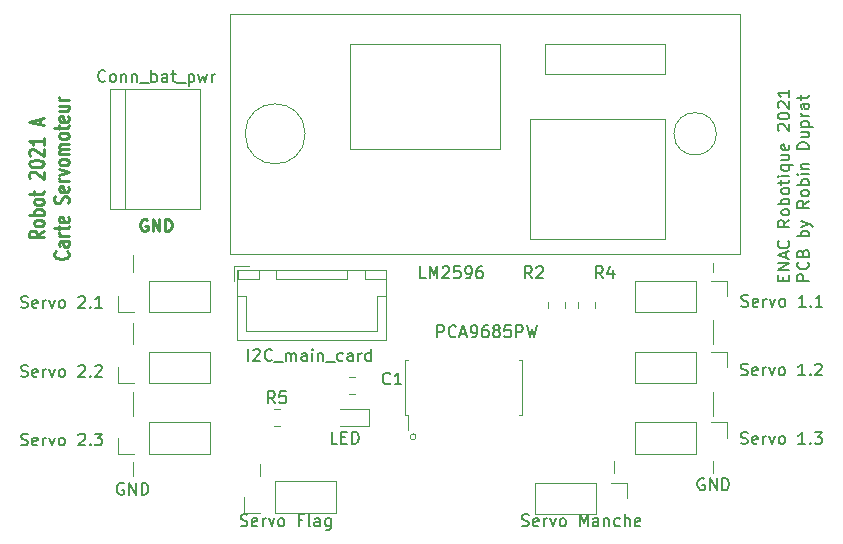
<source format=gbr>
%TF.GenerationSoftware,KiCad,Pcbnew,5.1.6+dfsg1-1*%
%TF.CreationDate,2021-03-04T16:58:38+01:00*%
%TF.ProjectId,PCA9685,50434139-3638-4352-9e6b-696361645f70,rev?*%
%TF.SameCoordinates,Original*%
%TF.FileFunction,Legend,Top*%
%TF.FilePolarity,Positive*%
%FSLAX46Y46*%
G04 Gerber Fmt 4.6, Leading zero omitted, Abs format (unit mm)*
G04 Created by KiCad (PCBNEW 5.1.6+dfsg1-1) date 2021-03-04 16:58:38*
%MOMM*%
%LPD*%
G01*
G04 APERTURE LIST*
%ADD10C,0.120000*%
%ADD11C,0.150000*%
%ADD12C,0.250000*%
G04 APERTURE END LIST*
D10*
X97028000Y-87884000D02*
G75*
G03*
X97028000Y-87884000I-254000J0D01*
G01*
X83820000Y-91186000D02*
X83820000Y-90170000D01*
X113792000Y-90932000D02*
X113792000Y-89916000D01*
D11*
X121412095Y-91448000D02*
X121316857Y-91400380D01*
X121174000Y-91400380D01*
X121031142Y-91448000D01*
X120935904Y-91543238D01*
X120888285Y-91638476D01*
X120840666Y-91828952D01*
X120840666Y-91971809D01*
X120888285Y-92162285D01*
X120935904Y-92257523D01*
X121031142Y-92352761D01*
X121174000Y-92400380D01*
X121269238Y-92400380D01*
X121412095Y-92352761D01*
X121459714Y-92305142D01*
X121459714Y-91971809D01*
X121269238Y-91971809D01*
X121888285Y-92400380D02*
X121888285Y-91400380D01*
X122459714Y-92400380D01*
X122459714Y-91400380D01*
X122935904Y-92400380D02*
X122935904Y-91400380D01*
X123174000Y-91400380D01*
X123316857Y-91448000D01*
X123412095Y-91543238D01*
X123459714Y-91638476D01*
X123507333Y-91828952D01*
X123507333Y-91971809D01*
X123459714Y-92162285D01*
X123412095Y-92257523D01*
X123316857Y-92352761D01*
X123174000Y-92400380D01*
X122935904Y-92400380D01*
D10*
X122174000Y-89916000D02*
X122174000Y-90932000D01*
X122174000Y-84074000D02*
X122174000Y-86106000D01*
X122174000Y-77978000D02*
X122174000Y-80010000D01*
X122174000Y-73152000D02*
X122174000Y-73914000D01*
D11*
X72263095Y-91829000D02*
X72167857Y-91781380D01*
X72025000Y-91781380D01*
X71882142Y-91829000D01*
X71786904Y-91924238D01*
X71739285Y-92019476D01*
X71691666Y-92209952D01*
X71691666Y-92352809D01*
X71739285Y-92543285D01*
X71786904Y-92638523D01*
X71882142Y-92733761D01*
X72025000Y-92781380D01*
X72120238Y-92781380D01*
X72263095Y-92733761D01*
X72310714Y-92686142D01*
X72310714Y-92352809D01*
X72120238Y-92352809D01*
X72739285Y-92781380D02*
X72739285Y-91781380D01*
X73310714Y-92781380D01*
X73310714Y-91781380D01*
X73786904Y-92781380D02*
X73786904Y-91781380D01*
X74025000Y-91781380D01*
X74167857Y-91829000D01*
X74263095Y-91924238D01*
X74310714Y-92019476D01*
X74358333Y-92209952D01*
X74358333Y-92352809D01*
X74310714Y-92543285D01*
X74263095Y-92638523D01*
X74167857Y-92733761D01*
X74025000Y-92781380D01*
X73786904Y-92781380D01*
D10*
X73025000Y-90043000D02*
X73025000Y-91186000D01*
X73025000Y-84074000D02*
X73025000Y-86106000D01*
X73025000Y-78232000D02*
X73025000Y-80010000D01*
X73025000Y-72517000D02*
X73025000Y-73914000D01*
D12*
X74238095Y-69500000D02*
X74142857Y-69452380D01*
X74000000Y-69452380D01*
X73857142Y-69500000D01*
X73761904Y-69595238D01*
X73714285Y-69690476D01*
X73666666Y-69880952D01*
X73666666Y-70023809D01*
X73714285Y-70214285D01*
X73761904Y-70309523D01*
X73857142Y-70404761D01*
X74000000Y-70452380D01*
X74095238Y-70452380D01*
X74238095Y-70404761D01*
X74285714Y-70357142D01*
X74285714Y-70023809D01*
X74095238Y-70023809D01*
X74714285Y-70452380D02*
X74714285Y-69452380D01*
X75285714Y-70452380D01*
X75285714Y-69452380D01*
X75761904Y-70452380D02*
X75761904Y-69452380D01*
X76000000Y-69452380D01*
X76142857Y-69500000D01*
X76238095Y-69595238D01*
X76285714Y-69690476D01*
X76333333Y-69880952D01*
X76333333Y-70023809D01*
X76285714Y-70214285D01*
X76238095Y-70309523D01*
X76142857Y-70404761D01*
X76000000Y-70452380D01*
X75761904Y-70452380D01*
D11*
X128103571Y-74664404D02*
X128103571Y-74331071D01*
X128627380Y-74188214D02*
X128627380Y-74664404D01*
X127627380Y-74664404D01*
X127627380Y-74188214D01*
X128627380Y-73759642D02*
X127627380Y-73759642D01*
X128627380Y-73188214D01*
X127627380Y-73188214D01*
X128341666Y-72759642D02*
X128341666Y-72283452D01*
X128627380Y-72854880D02*
X127627380Y-72521547D01*
X128627380Y-72188214D01*
X128532142Y-71283452D02*
X128579761Y-71331071D01*
X128627380Y-71473928D01*
X128627380Y-71569166D01*
X128579761Y-71712023D01*
X128484523Y-71807261D01*
X128389285Y-71854880D01*
X128198809Y-71902500D01*
X128055952Y-71902500D01*
X127865476Y-71854880D01*
X127770238Y-71807261D01*
X127675000Y-71712023D01*
X127627380Y-71569166D01*
X127627380Y-71473928D01*
X127675000Y-71331071D01*
X127722619Y-71283452D01*
X128627380Y-69521547D02*
X128151190Y-69854880D01*
X128627380Y-70092976D02*
X127627380Y-70092976D01*
X127627380Y-69712023D01*
X127675000Y-69616785D01*
X127722619Y-69569166D01*
X127817857Y-69521547D01*
X127960714Y-69521547D01*
X128055952Y-69569166D01*
X128103571Y-69616785D01*
X128151190Y-69712023D01*
X128151190Y-70092976D01*
X128627380Y-68950119D02*
X128579761Y-69045357D01*
X128532142Y-69092976D01*
X128436904Y-69140595D01*
X128151190Y-69140595D01*
X128055952Y-69092976D01*
X128008333Y-69045357D01*
X127960714Y-68950119D01*
X127960714Y-68807261D01*
X128008333Y-68712023D01*
X128055952Y-68664404D01*
X128151190Y-68616785D01*
X128436904Y-68616785D01*
X128532142Y-68664404D01*
X128579761Y-68712023D01*
X128627380Y-68807261D01*
X128627380Y-68950119D01*
X128627380Y-68188214D02*
X127627380Y-68188214D01*
X128008333Y-68188214D02*
X127960714Y-68092976D01*
X127960714Y-67902500D01*
X128008333Y-67807261D01*
X128055952Y-67759642D01*
X128151190Y-67712023D01*
X128436904Y-67712023D01*
X128532142Y-67759642D01*
X128579761Y-67807261D01*
X128627380Y-67902500D01*
X128627380Y-68092976D01*
X128579761Y-68188214D01*
X128627380Y-67140595D02*
X128579761Y-67235833D01*
X128532142Y-67283452D01*
X128436904Y-67331071D01*
X128151190Y-67331071D01*
X128055952Y-67283452D01*
X128008333Y-67235833D01*
X127960714Y-67140595D01*
X127960714Y-66997738D01*
X128008333Y-66902500D01*
X128055952Y-66854880D01*
X128151190Y-66807261D01*
X128436904Y-66807261D01*
X128532142Y-66854880D01*
X128579761Y-66902500D01*
X128627380Y-66997738D01*
X128627380Y-67140595D01*
X127960714Y-66521547D02*
X127960714Y-66140595D01*
X127627380Y-66378690D02*
X128484523Y-66378690D01*
X128579761Y-66331071D01*
X128627380Y-66235833D01*
X128627380Y-66140595D01*
X128627380Y-65807261D02*
X127960714Y-65807261D01*
X127627380Y-65807261D02*
X127675000Y-65854880D01*
X127722619Y-65807261D01*
X127675000Y-65759642D01*
X127627380Y-65807261D01*
X127722619Y-65807261D01*
X127960714Y-64902500D02*
X128960714Y-64902500D01*
X128579761Y-64902500D02*
X128627380Y-64997738D01*
X128627380Y-65188214D01*
X128579761Y-65283452D01*
X128532142Y-65331071D01*
X128436904Y-65378690D01*
X128151190Y-65378690D01*
X128055952Y-65331071D01*
X128008333Y-65283452D01*
X127960714Y-65188214D01*
X127960714Y-64997738D01*
X128008333Y-64902500D01*
X127960714Y-63997738D02*
X128627380Y-63997738D01*
X127960714Y-64426309D02*
X128484523Y-64426309D01*
X128579761Y-64378690D01*
X128627380Y-64283452D01*
X128627380Y-64140595D01*
X128579761Y-64045357D01*
X128532142Y-63997738D01*
X128579761Y-63140595D02*
X128627380Y-63235833D01*
X128627380Y-63426309D01*
X128579761Y-63521547D01*
X128484523Y-63569166D01*
X128103571Y-63569166D01*
X128008333Y-63521547D01*
X127960714Y-63426309D01*
X127960714Y-63235833D01*
X128008333Y-63140595D01*
X128103571Y-63092976D01*
X128198809Y-63092976D01*
X128294047Y-63569166D01*
X127722619Y-61950119D02*
X127675000Y-61902500D01*
X127627380Y-61807261D01*
X127627380Y-61569166D01*
X127675000Y-61473928D01*
X127722619Y-61426309D01*
X127817857Y-61378690D01*
X127913095Y-61378690D01*
X128055952Y-61426309D01*
X128627380Y-61997738D01*
X128627380Y-61378690D01*
X127627380Y-60759642D02*
X127627380Y-60664404D01*
X127675000Y-60569166D01*
X127722619Y-60521547D01*
X127817857Y-60473928D01*
X128008333Y-60426309D01*
X128246428Y-60426309D01*
X128436904Y-60473928D01*
X128532142Y-60521547D01*
X128579761Y-60569166D01*
X128627380Y-60664404D01*
X128627380Y-60759642D01*
X128579761Y-60854880D01*
X128532142Y-60902500D01*
X128436904Y-60950119D01*
X128246428Y-60997738D01*
X128008333Y-60997738D01*
X127817857Y-60950119D01*
X127722619Y-60902500D01*
X127675000Y-60854880D01*
X127627380Y-60759642D01*
X127722619Y-60045357D02*
X127675000Y-59997738D01*
X127627380Y-59902500D01*
X127627380Y-59664404D01*
X127675000Y-59569166D01*
X127722619Y-59521547D01*
X127817857Y-59473928D01*
X127913095Y-59473928D01*
X128055952Y-59521547D01*
X128627380Y-60092976D01*
X128627380Y-59473928D01*
X128627380Y-58521547D02*
X128627380Y-59092976D01*
X128627380Y-58807261D02*
X127627380Y-58807261D01*
X127770238Y-58902500D01*
X127865476Y-58997738D01*
X127913095Y-59092976D01*
X130277380Y-74664404D02*
X129277380Y-74664404D01*
X129277380Y-74283452D01*
X129325000Y-74188214D01*
X129372619Y-74140595D01*
X129467857Y-74092976D01*
X129610714Y-74092976D01*
X129705952Y-74140595D01*
X129753571Y-74188214D01*
X129801190Y-74283452D01*
X129801190Y-74664404D01*
X130182142Y-73092976D02*
X130229761Y-73140595D01*
X130277380Y-73283452D01*
X130277380Y-73378690D01*
X130229761Y-73521547D01*
X130134523Y-73616785D01*
X130039285Y-73664404D01*
X129848809Y-73712023D01*
X129705952Y-73712023D01*
X129515476Y-73664404D01*
X129420238Y-73616785D01*
X129325000Y-73521547D01*
X129277380Y-73378690D01*
X129277380Y-73283452D01*
X129325000Y-73140595D01*
X129372619Y-73092976D01*
X129753571Y-72331071D02*
X129801190Y-72188214D01*
X129848809Y-72140595D01*
X129944047Y-72092976D01*
X130086904Y-72092976D01*
X130182142Y-72140595D01*
X130229761Y-72188214D01*
X130277380Y-72283452D01*
X130277380Y-72664404D01*
X129277380Y-72664404D01*
X129277380Y-72331071D01*
X129325000Y-72235833D01*
X129372619Y-72188214D01*
X129467857Y-72140595D01*
X129563095Y-72140595D01*
X129658333Y-72188214D01*
X129705952Y-72235833D01*
X129753571Y-72331071D01*
X129753571Y-72664404D01*
X130277380Y-70902500D02*
X129277380Y-70902500D01*
X129658333Y-70902500D02*
X129610714Y-70807261D01*
X129610714Y-70616785D01*
X129658333Y-70521547D01*
X129705952Y-70473928D01*
X129801190Y-70426309D01*
X130086904Y-70426309D01*
X130182142Y-70473928D01*
X130229761Y-70521547D01*
X130277380Y-70616785D01*
X130277380Y-70807261D01*
X130229761Y-70902500D01*
X129610714Y-70092976D02*
X130277380Y-69854880D01*
X129610714Y-69616785D02*
X130277380Y-69854880D01*
X130515476Y-69950119D01*
X130563095Y-69997738D01*
X130610714Y-70092976D01*
X130277380Y-67902500D02*
X129801190Y-68235833D01*
X130277380Y-68473928D02*
X129277380Y-68473928D01*
X129277380Y-68092976D01*
X129325000Y-67997738D01*
X129372619Y-67950119D01*
X129467857Y-67902500D01*
X129610714Y-67902500D01*
X129705952Y-67950119D01*
X129753571Y-67997738D01*
X129801190Y-68092976D01*
X129801190Y-68473928D01*
X130277380Y-67331071D02*
X130229761Y-67426309D01*
X130182142Y-67473928D01*
X130086904Y-67521547D01*
X129801190Y-67521547D01*
X129705952Y-67473928D01*
X129658333Y-67426309D01*
X129610714Y-67331071D01*
X129610714Y-67188214D01*
X129658333Y-67092976D01*
X129705952Y-67045357D01*
X129801190Y-66997738D01*
X130086904Y-66997738D01*
X130182142Y-67045357D01*
X130229761Y-67092976D01*
X130277380Y-67188214D01*
X130277380Y-67331071D01*
X130277380Y-66569166D02*
X129277380Y-66569166D01*
X129658333Y-66569166D02*
X129610714Y-66473928D01*
X129610714Y-66283452D01*
X129658333Y-66188214D01*
X129705952Y-66140595D01*
X129801190Y-66092976D01*
X130086904Y-66092976D01*
X130182142Y-66140595D01*
X130229761Y-66188214D01*
X130277380Y-66283452D01*
X130277380Y-66473928D01*
X130229761Y-66569166D01*
X130277380Y-65664404D02*
X129610714Y-65664404D01*
X129277380Y-65664404D02*
X129325000Y-65712023D01*
X129372619Y-65664404D01*
X129325000Y-65616785D01*
X129277380Y-65664404D01*
X129372619Y-65664404D01*
X129610714Y-65188214D02*
X130277380Y-65188214D01*
X129705952Y-65188214D02*
X129658333Y-65140595D01*
X129610714Y-65045357D01*
X129610714Y-64902500D01*
X129658333Y-64807261D01*
X129753571Y-64759642D01*
X130277380Y-64759642D01*
X130277380Y-63521547D02*
X129277380Y-63521547D01*
X129277380Y-63283452D01*
X129325000Y-63140595D01*
X129420238Y-63045357D01*
X129515476Y-62997738D01*
X129705952Y-62950119D01*
X129848809Y-62950119D01*
X130039285Y-62997738D01*
X130134523Y-63045357D01*
X130229761Y-63140595D01*
X130277380Y-63283452D01*
X130277380Y-63521547D01*
X129610714Y-62092976D02*
X130277380Y-62092976D01*
X129610714Y-62521547D02*
X130134523Y-62521547D01*
X130229761Y-62473928D01*
X130277380Y-62378690D01*
X130277380Y-62235833D01*
X130229761Y-62140595D01*
X130182142Y-62092976D01*
X129610714Y-61616785D02*
X130610714Y-61616785D01*
X129658333Y-61616785D02*
X129610714Y-61521547D01*
X129610714Y-61331071D01*
X129658333Y-61235833D01*
X129705952Y-61188214D01*
X129801190Y-61140595D01*
X130086904Y-61140595D01*
X130182142Y-61188214D01*
X130229761Y-61235833D01*
X130277380Y-61331071D01*
X130277380Y-61521547D01*
X130229761Y-61616785D01*
X130277380Y-60712023D02*
X129610714Y-60712023D01*
X129801190Y-60712023D02*
X129705952Y-60664404D01*
X129658333Y-60616785D01*
X129610714Y-60521547D01*
X129610714Y-60426309D01*
X130277380Y-59664404D02*
X129753571Y-59664404D01*
X129658333Y-59712023D01*
X129610714Y-59807261D01*
X129610714Y-59997738D01*
X129658333Y-60092976D01*
X130229761Y-59664404D02*
X130277380Y-59759642D01*
X130277380Y-59997738D01*
X130229761Y-60092976D01*
X130134523Y-60140595D01*
X130039285Y-60140595D01*
X129944047Y-60092976D01*
X129896428Y-59997738D01*
X129896428Y-59759642D01*
X129848809Y-59664404D01*
X129610714Y-59331071D02*
X129610714Y-58950119D01*
X129277380Y-59188214D02*
X130134523Y-59188214D01*
X130229761Y-59140595D01*
X130277380Y-59045357D01*
X130277380Y-58950119D01*
D12*
X65502976Y-70428571D02*
X64907738Y-70761904D01*
X65502976Y-71000000D02*
X64252976Y-71000000D01*
X64252976Y-70619047D01*
X64312500Y-70523809D01*
X64372023Y-70476190D01*
X64491071Y-70428571D01*
X64669642Y-70428571D01*
X64788690Y-70476190D01*
X64848214Y-70523809D01*
X64907738Y-70619047D01*
X64907738Y-71000000D01*
X65502976Y-69857142D02*
X65443452Y-69952380D01*
X65383928Y-70000000D01*
X65264880Y-70047619D01*
X64907738Y-70047619D01*
X64788690Y-70000000D01*
X64729166Y-69952380D01*
X64669642Y-69857142D01*
X64669642Y-69714285D01*
X64729166Y-69619047D01*
X64788690Y-69571428D01*
X64907738Y-69523809D01*
X65264880Y-69523809D01*
X65383928Y-69571428D01*
X65443452Y-69619047D01*
X65502976Y-69714285D01*
X65502976Y-69857142D01*
X65502976Y-69095238D02*
X64252976Y-69095238D01*
X64729166Y-69095238D02*
X64669642Y-69000000D01*
X64669642Y-68809523D01*
X64729166Y-68714285D01*
X64788690Y-68666666D01*
X64907738Y-68619047D01*
X65264880Y-68619047D01*
X65383928Y-68666666D01*
X65443452Y-68714285D01*
X65502976Y-68809523D01*
X65502976Y-69000000D01*
X65443452Y-69095238D01*
X65502976Y-68047619D02*
X65443452Y-68142857D01*
X65383928Y-68190476D01*
X65264880Y-68238095D01*
X64907738Y-68238095D01*
X64788690Y-68190476D01*
X64729166Y-68142857D01*
X64669642Y-68047619D01*
X64669642Y-67904761D01*
X64729166Y-67809523D01*
X64788690Y-67761904D01*
X64907738Y-67714285D01*
X65264880Y-67714285D01*
X65383928Y-67761904D01*
X65443452Y-67809523D01*
X65502976Y-67904761D01*
X65502976Y-68047619D01*
X64669642Y-67428571D02*
X64669642Y-67047619D01*
X64252976Y-67285714D02*
X65324404Y-67285714D01*
X65443452Y-67238095D01*
X65502976Y-67142857D01*
X65502976Y-67047619D01*
X64372023Y-66000000D02*
X64312500Y-65952380D01*
X64252976Y-65857142D01*
X64252976Y-65619047D01*
X64312500Y-65523809D01*
X64372023Y-65476190D01*
X64491071Y-65428571D01*
X64610119Y-65428571D01*
X64788690Y-65476190D01*
X65502976Y-66047619D01*
X65502976Y-65428571D01*
X64252976Y-64809523D02*
X64252976Y-64714285D01*
X64312500Y-64619047D01*
X64372023Y-64571428D01*
X64491071Y-64523809D01*
X64729166Y-64476190D01*
X65026785Y-64476190D01*
X65264880Y-64523809D01*
X65383928Y-64571428D01*
X65443452Y-64619047D01*
X65502976Y-64714285D01*
X65502976Y-64809523D01*
X65443452Y-64904761D01*
X65383928Y-64952380D01*
X65264880Y-65000000D01*
X65026785Y-65047619D01*
X64729166Y-65047619D01*
X64491071Y-65000000D01*
X64372023Y-64952380D01*
X64312500Y-64904761D01*
X64252976Y-64809523D01*
X64372023Y-64095238D02*
X64312500Y-64047619D01*
X64252976Y-63952380D01*
X64252976Y-63714285D01*
X64312500Y-63619047D01*
X64372023Y-63571428D01*
X64491071Y-63523809D01*
X64610119Y-63523809D01*
X64788690Y-63571428D01*
X65502976Y-64142857D01*
X65502976Y-63523809D01*
X65502976Y-62571428D02*
X65502976Y-63142857D01*
X65502976Y-62857142D02*
X64252976Y-62857142D01*
X64431547Y-62952380D01*
X64550595Y-63047619D01*
X64610119Y-63142857D01*
X65145833Y-61428571D02*
X65145833Y-60952380D01*
X65502976Y-61523809D02*
X64252976Y-61190476D01*
X65502976Y-60857142D01*
X67508928Y-72190476D02*
X67568452Y-72238095D01*
X67627976Y-72380952D01*
X67627976Y-72476190D01*
X67568452Y-72619047D01*
X67449404Y-72714285D01*
X67330357Y-72761904D01*
X67092261Y-72809523D01*
X66913690Y-72809523D01*
X66675595Y-72761904D01*
X66556547Y-72714285D01*
X66437500Y-72619047D01*
X66377976Y-72476190D01*
X66377976Y-72380952D01*
X66437500Y-72238095D01*
X66497023Y-72190476D01*
X67627976Y-71333333D02*
X66973214Y-71333333D01*
X66854166Y-71380952D01*
X66794642Y-71476190D01*
X66794642Y-71666666D01*
X66854166Y-71761904D01*
X67568452Y-71333333D02*
X67627976Y-71428571D01*
X67627976Y-71666666D01*
X67568452Y-71761904D01*
X67449404Y-71809523D01*
X67330357Y-71809523D01*
X67211309Y-71761904D01*
X67151785Y-71666666D01*
X67151785Y-71428571D01*
X67092261Y-71333333D01*
X67627976Y-70857142D02*
X66794642Y-70857142D01*
X67032738Y-70857142D02*
X66913690Y-70809523D01*
X66854166Y-70761904D01*
X66794642Y-70666666D01*
X66794642Y-70571428D01*
X66794642Y-70380952D02*
X66794642Y-70000000D01*
X66377976Y-70238095D02*
X67449404Y-70238095D01*
X67568452Y-70190476D01*
X67627976Y-70095238D01*
X67627976Y-70000000D01*
X67568452Y-69285714D02*
X67627976Y-69380952D01*
X67627976Y-69571428D01*
X67568452Y-69666666D01*
X67449404Y-69714285D01*
X66973214Y-69714285D01*
X66854166Y-69666666D01*
X66794642Y-69571428D01*
X66794642Y-69380952D01*
X66854166Y-69285714D01*
X66973214Y-69238095D01*
X67092261Y-69238095D01*
X67211309Y-69714285D01*
X67568452Y-68095238D02*
X67627976Y-67952380D01*
X67627976Y-67714285D01*
X67568452Y-67619047D01*
X67508928Y-67571428D01*
X67389880Y-67523809D01*
X67270833Y-67523809D01*
X67151785Y-67571428D01*
X67092261Y-67619047D01*
X67032738Y-67714285D01*
X66973214Y-67904761D01*
X66913690Y-68000000D01*
X66854166Y-68047619D01*
X66735119Y-68095238D01*
X66616071Y-68095238D01*
X66497023Y-68047619D01*
X66437500Y-68000000D01*
X66377976Y-67904761D01*
X66377976Y-67666666D01*
X66437500Y-67523809D01*
X67568452Y-66714285D02*
X67627976Y-66809523D01*
X67627976Y-67000000D01*
X67568452Y-67095238D01*
X67449404Y-67142857D01*
X66973214Y-67142857D01*
X66854166Y-67095238D01*
X66794642Y-67000000D01*
X66794642Y-66809523D01*
X66854166Y-66714285D01*
X66973214Y-66666666D01*
X67092261Y-66666666D01*
X67211309Y-67142857D01*
X67627976Y-66238095D02*
X66794642Y-66238095D01*
X67032738Y-66238095D02*
X66913690Y-66190476D01*
X66854166Y-66142857D01*
X66794642Y-66047619D01*
X66794642Y-65952380D01*
X66794642Y-65714285D02*
X67627976Y-65476190D01*
X66794642Y-65238095D01*
X67627976Y-64714285D02*
X67568452Y-64809523D01*
X67508928Y-64857142D01*
X67389880Y-64904761D01*
X67032738Y-64904761D01*
X66913690Y-64857142D01*
X66854166Y-64809523D01*
X66794642Y-64714285D01*
X66794642Y-64571428D01*
X66854166Y-64476190D01*
X66913690Y-64428571D01*
X67032738Y-64380952D01*
X67389880Y-64380952D01*
X67508928Y-64428571D01*
X67568452Y-64476190D01*
X67627976Y-64571428D01*
X67627976Y-64714285D01*
X67627976Y-63952380D02*
X66794642Y-63952380D01*
X66913690Y-63952380D02*
X66854166Y-63904761D01*
X66794642Y-63809523D01*
X66794642Y-63666666D01*
X66854166Y-63571428D01*
X66973214Y-63523809D01*
X67627976Y-63523809D01*
X66973214Y-63523809D02*
X66854166Y-63476190D01*
X66794642Y-63380952D01*
X66794642Y-63238095D01*
X66854166Y-63142857D01*
X66973214Y-63095238D01*
X67627976Y-63095238D01*
X67627976Y-62476190D02*
X67568452Y-62571428D01*
X67508928Y-62619047D01*
X67389880Y-62666666D01*
X67032738Y-62666666D01*
X66913690Y-62619047D01*
X66854166Y-62571428D01*
X66794642Y-62476190D01*
X66794642Y-62333333D01*
X66854166Y-62238095D01*
X66913690Y-62190476D01*
X67032738Y-62142857D01*
X67389880Y-62142857D01*
X67508928Y-62190476D01*
X67568452Y-62238095D01*
X67627976Y-62333333D01*
X67627976Y-62476190D01*
X66794642Y-61857142D02*
X66794642Y-61476190D01*
X66377976Y-61714285D02*
X67449404Y-61714285D01*
X67568452Y-61666666D01*
X67627976Y-61571428D01*
X67627976Y-61476190D01*
X67568452Y-60761904D02*
X67627976Y-60857142D01*
X67627976Y-61047619D01*
X67568452Y-61142857D01*
X67449404Y-61190476D01*
X66973214Y-61190476D01*
X66854166Y-61142857D01*
X66794642Y-61047619D01*
X66794642Y-60857142D01*
X66854166Y-60761904D01*
X66973214Y-60714285D01*
X67092261Y-60714285D01*
X67211309Y-61190476D01*
X66794642Y-59857142D02*
X67627976Y-59857142D01*
X66794642Y-60285714D02*
X67449404Y-60285714D01*
X67568452Y-60238095D01*
X67627976Y-60142857D01*
X67627976Y-60000000D01*
X67568452Y-59904761D01*
X67508928Y-59857142D01*
X67627976Y-59380952D02*
X66794642Y-59380952D01*
X67032738Y-59380952D02*
X66913690Y-59333333D01*
X66854166Y-59285714D01*
X66794642Y-59190476D01*
X66794642Y-59095238D01*
D10*
%TO.C,J6*%
X90230000Y-94294000D02*
X90230000Y-91634000D01*
X85090000Y-94294000D02*
X90230000Y-94294000D01*
X85090000Y-91634000D02*
X90230000Y-91634000D01*
X85090000Y-94294000D02*
X85090000Y-91634000D01*
X83820000Y-94294000D02*
X82490000Y-94294000D01*
X82490000Y-94294000D02*
X82490000Y-92964000D01*
%TO.C,J10*%
X79562000Y-89330000D02*
X79562000Y-86670000D01*
X74422000Y-89330000D02*
X79562000Y-89330000D01*
X74422000Y-86670000D02*
X79562000Y-86670000D01*
X74422000Y-89330000D02*
X74422000Y-86670000D01*
X73152000Y-89330000D02*
X71822000Y-89330000D01*
X71822000Y-89330000D02*
X71822000Y-88000000D01*
%TO.C,J9*%
X79562000Y-83330000D02*
X79562000Y-80670000D01*
X74422000Y-83330000D02*
X79562000Y-83330000D01*
X74422000Y-80670000D02*
X79562000Y-80670000D01*
X74422000Y-83330000D02*
X74422000Y-80670000D01*
X73152000Y-83330000D02*
X71822000Y-83330000D01*
X71822000Y-83330000D02*
X71822000Y-82000000D01*
%TO.C,J8*%
X79562000Y-77330000D02*
X79562000Y-74670000D01*
X74422000Y-77330000D02*
X79562000Y-77330000D01*
X74422000Y-74670000D02*
X79562000Y-74670000D01*
X74422000Y-77330000D02*
X74422000Y-74670000D01*
X73152000Y-77330000D02*
X71822000Y-77330000D01*
X71822000Y-77330000D02*
X71822000Y-76000000D01*
%TO.C,J7*%
X107130000Y-91761000D02*
X107130000Y-94421000D01*
X112270000Y-91761000D02*
X107130000Y-91761000D01*
X112270000Y-94421000D02*
X107130000Y-94421000D01*
X112270000Y-91761000D02*
X112270000Y-94421000D01*
X113540000Y-91761000D02*
X114870000Y-91761000D01*
X114870000Y-91761000D02*
X114870000Y-93091000D01*
%TO.C,J5*%
X115590000Y-86670000D02*
X115590000Y-89330000D01*
X120730000Y-86670000D02*
X115590000Y-86670000D01*
X120730000Y-89330000D02*
X115590000Y-89330000D01*
X120730000Y-86670000D02*
X120730000Y-89330000D01*
X122000000Y-86670000D02*
X123330000Y-86670000D01*
X123330000Y-86670000D02*
X123330000Y-88000000D01*
%TO.C,J4*%
X115590000Y-80670000D02*
X115590000Y-83330000D01*
X120730000Y-80670000D02*
X115590000Y-80670000D01*
X120730000Y-83330000D02*
X115590000Y-83330000D01*
X120730000Y-80670000D02*
X120730000Y-83330000D01*
X122000000Y-80670000D02*
X123330000Y-80670000D01*
X123330000Y-80670000D02*
X123330000Y-82000000D01*
%TO.C,J3*%
X115590000Y-74670000D02*
X115590000Y-77330000D01*
X120730000Y-74670000D02*
X115590000Y-74670000D01*
X120730000Y-77330000D02*
X115590000Y-77330000D01*
X120730000Y-74670000D02*
X120730000Y-77330000D01*
X122000000Y-74670000D02*
X123330000Y-74670000D01*
X123330000Y-74670000D02*
X123330000Y-76000000D01*
%TO.C,J2*%
X81895000Y-73740000D02*
X81895000Y-79710000D01*
X81895000Y-79710000D02*
X94515000Y-79710000D01*
X94515000Y-79710000D02*
X94515000Y-73740000D01*
X94515000Y-73740000D02*
X81895000Y-73740000D01*
X85205000Y-73750000D02*
X85205000Y-74500000D01*
X85205000Y-74500000D02*
X91205000Y-74500000D01*
X91205000Y-74500000D02*
X91205000Y-73750000D01*
X91205000Y-73750000D02*
X85205000Y-73750000D01*
X81905000Y-73750000D02*
X81905000Y-74500000D01*
X81905000Y-74500000D02*
X83705000Y-74500000D01*
X83705000Y-74500000D02*
X83705000Y-73750000D01*
X83705000Y-73750000D02*
X81905000Y-73750000D01*
X92705000Y-73750000D02*
X92705000Y-74500000D01*
X92705000Y-74500000D02*
X94505000Y-74500000D01*
X94505000Y-74500000D02*
X94505000Y-73750000D01*
X94505000Y-73750000D02*
X92705000Y-73750000D01*
X81905000Y-76000000D02*
X82655000Y-76000000D01*
X82655000Y-76000000D02*
X82655000Y-78950000D01*
X82655000Y-78950000D02*
X88205000Y-78950000D01*
X94505000Y-76000000D02*
X93755000Y-76000000D01*
X93755000Y-76000000D02*
X93755000Y-78950000D01*
X93755000Y-78950000D02*
X88205000Y-78950000D01*
X82855000Y-73450000D02*
X81605000Y-73450000D01*
X81605000Y-73450000D02*
X81605000Y-74700000D01*
%TO.C,U2*%
X105989000Y-83709000D02*
X105989000Y-81399000D01*
X105989000Y-81399000D02*
X105714000Y-81399000D01*
X105989000Y-83709000D02*
X105989000Y-86019000D01*
X105989000Y-86019000D02*
X105714000Y-86019000D01*
X96069000Y-83709000D02*
X96069000Y-81399000D01*
X96069000Y-81399000D02*
X96344000Y-81399000D01*
X96069000Y-83709000D02*
X96069000Y-86019000D01*
X96069000Y-86019000D02*
X96344000Y-86019000D01*
X96344000Y-86019000D02*
X96344000Y-87309000D01*
%TO.C,U1*%
X124460000Y-52070000D02*
X124460000Y-72390000D01*
X124460000Y-72390000D02*
X81280000Y-72390000D01*
X81280000Y-72390000D02*
X81280000Y-52070000D01*
X81280000Y-52070000D02*
X124460000Y-52070000D01*
X106680000Y-71120000D02*
X106680000Y-60960000D01*
X106680000Y-60960000D02*
X118110000Y-60960000D01*
X118110000Y-60960000D02*
X118110000Y-71120000D01*
X118110000Y-71120000D02*
X106680000Y-71120000D01*
X91440000Y-54610000D02*
X91440000Y-63500000D01*
X91440000Y-63500000D02*
X104140000Y-63500000D01*
X104140000Y-63500000D02*
X104140000Y-54610000D01*
X104140000Y-54610000D02*
X91440000Y-54610000D01*
X107950000Y-54610000D02*
X107950000Y-57150000D01*
X107950000Y-57150000D02*
X118110000Y-57150000D01*
X118110000Y-57150000D02*
X118110000Y-54610000D01*
X118110000Y-54610000D02*
X107950000Y-54610000D01*
X122446051Y-62230000D02*
G75*
G03*
X122446051Y-62230000I-1796051J0D01*
G01*
X87630000Y-62230000D02*
G75*
G03*
X87630000Y-62230000I-2540000J0D01*
G01*
%TO.C,R5*%
X84978748Y-85523000D02*
X85501252Y-85523000D01*
X84978748Y-86943000D02*
X85501252Y-86943000D01*
%TO.C,R4*%
X110733000Y-76976252D02*
X110733000Y-76453748D01*
X112153000Y-76976252D02*
X112153000Y-76453748D01*
%TO.C,R2*%
X109613000Y-76453748D02*
X109613000Y-76976252D01*
X108193000Y-76453748D02*
X108193000Y-76976252D01*
%TO.C,J1*%
X72390000Y-68620000D02*
X72390000Y-58460000D01*
X71120000Y-68620000D02*
X78740000Y-68620000D01*
X78740000Y-68620000D02*
X78740000Y-58460000D01*
X78740000Y-58460000D02*
X71120000Y-58460000D01*
X71120000Y-58460000D02*
X71120000Y-68620000D01*
%TO.C,D1*%
X90545000Y-86968000D02*
X93005000Y-86968000D01*
X93005000Y-86968000D02*
X93005000Y-85498000D01*
X93005000Y-85498000D02*
X90545000Y-85498000D01*
%TO.C,C1*%
X91305748Y-82856000D02*
X91828252Y-82856000D01*
X91305748Y-84276000D02*
X91828252Y-84276000D01*
%TD*%
%TO.C,J6*%
D11*
X82166666Y-95404761D02*
X82309523Y-95452380D01*
X82547619Y-95452380D01*
X82642857Y-95404761D01*
X82690476Y-95357142D01*
X82738095Y-95261904D01*
X82738095Y-95166666D01*
X82690476Y-95071428D01*
X82642857Y-95023809D01*
X82547619Y-94976190D01*
X82357142Y-94928571D01*
X82261904Y-94880952D01*
X82214285Y-94833333D01*
X82166666Y-94738095D01*
X82166666Y-94642857D01*
X82214285Y-94547619D01*
X82261904Y-94500000D01*
X82357142Y-94452380D01*
X82595238Y-94452380D01*
X82738095Y-94500000D01*
X83547619Y-95404761D02*
X83452380Y-95452380D01*
X83261904Y-95452380D01*
X83166666Y-95404761D01*
X83119047Y-95309523D01*
X83119047Y-94928571D01*
X83166666Y-94833333D01*
X83261904Y-94785714D01*
X83452380Y-94785714D01*
X83547619Y-94833333D01*
X83595238Y-94928571D01*
X83595238Y-95023809D01*
X83119047Y-95119047D01*
X84023809Y-95452380D02*
X84023809Y-94785714D01*
X84023809Y-94976190D02*
X84071428Y-94880952D01*
X84119047Y-94833333D01*
X84214285Y-94785714D01*
X84309523Y-94785714D01*
X84547619Y-94785714D02*
X84785714Y-95452380D01*
X85023809Y-94785714D01*
X85547619Y-95452380D02*
X85452380Y-95404761D01*
X85404761Y-95357142D01*
X85357142Y-95261904D01*
X85357142Y-94976190D01*
X85404761Y-94880952D01*
X85452380Y-94833333D01*
X85547619Y-94785714D01*
X85690476Y-94785714D01*
X85785714Y-94833333D01*
X85833333Y-94880952D01*
X85880952Y-94976190D01*
X85880952Y-95261904D01*
X85833333Y-95357142D01*
X85785714Y-95404761D01*
X85690476Y-95452380D01*
X85547619Y-95452380D01*
X87404761Y-94928571D02*
X87071428Y-94928571D01*
X87071428Y-95452380D02*
X87071428Y-94452380D01*
X87547619Y-94452380D01*
X88071428Y-95452380D02*
X87976190Y-95404761D01*
X87928571Y-95309523D01*
X87928571Y-94452380D01*
X88880952Y-95452380D02*
X88880952Y-94928571D01*
X88833333Y-94833333D01*
X88738095Y-94785714D01*
X88547619Y-94785714D01*
X88452380Y-94833333D01*
X88880952Y-95404761D02*
X88785714Y-95452380D01*
X88547619Y-95452380D01*
X88452380Y-95404761D01*
X88404761Y-95309523D01*
X88404761Y-95214285D01*
X88452380Y-95119047D01*
X88547619Y-95071428D01*
X88785714Y-95071428D01*
X88880952Y-95023809D01*
X89785714Y-94785714D02*
X89785714Y-95595238D01*
X89738095Y-95690476D01*
X89690476Y-95738095D01*
X89595238Y-95785714D01*
X89452380Y-95785714D01*
X89357142Y-95738095D01*
X89785714Y-95404761D02*
X89690476Y-95452380D01*
X89500000Y-95452380D01*
X89404761Y-95404761D01*
X89357142Y-95357142D01*
X89309523Y-95261904D01*
X89309523Y-94976190D01*
X89357142Y-94880952D01*
X89404761Y-94833333D01*
X89500000Y-94785714D01*
X89690476Y-94785714D01*
X89785714Y-94833333D01*
%TO.C,J10*%
X63571428Y-88568761D02*
X63714285Y-88616380D01*
X63952380Y-88616380D01*
X64047619Y-88568761D01*
X64095238Y-88521142D01*
X64142857Y-88425904D01*
X64142857Y-88330666D01*
X64095238Y-88235428D01*
X64047619Y-88187809D01*
X63952380Y-88140190D01*
X63761904Y-88092571D01*
X63666666Y-88044952D01*
X63619047Y-87997333D01*
X63571428Y-87902095D01*
X63571428Y-87806857D01*
X63619047Y-87711619D01*
X63666666Y-87664000D01*
X63761904Y-87616380D01*
X64000000Y-87616380D01*
X64142857Y-87664000D01*
X64952380Y-88568761D02*
X64857142Y-88616380D01*
X64666666Y-88616380D01*
X64571428Y-88568761D01*
X64523809Y-88473523D01*
X64523809Y-88092571D01*
X64571428Y-87997333D01*
X64666666Y-87949714D01*
X64857142Y-87949714D01*
X64952380Y-87997333D01*
X65000000Y-88092571D01*
X65000000Y-88187809D01*
X64523809Y-88283047D01*
X65428571Y-88616380D02*
X65428571Y-87949714D01*
X65428571Y-88140190D02*
X65476190Y-88044952D01*
X65523809Y-87997333D01*
X65619047Y-87949714D01*
X65714285Y-87949714D01*
X65952380Y-87949714D02*
X66190476Y-88616380D01*
X66428571Y-87949714D01*
X66952380Y-88616380D02*
X66857142Y-88568761D01*
X66809523Y-88521142D01*
X66761904Y-88425904D01*
X66761904Y-88140190D01*
X66809523Y-88044952D01*
X66857142Y-87997333D01*
X66952380Y-87949714D01*
X67095238Y-87949714D01*
X67190476Y-87997333D01*
X67238095Y-88044952D01*
X67285714Y-88140190D01*
X67285714Y-88425904D01*
X67238095Y-88521142D01*
X67190476Y-88568761D01*
X67095238Y-88616380D01*
X66952380Y-88616380D01*
X68428571Y-87711619D02*
X68476190Y-87664000D01*
X68571428Y-87616380D01*
X68809523Y-87616380D01*
X68904761Y-87664000D01*
X68952380Y-87711619D01*
X69000000Y-87806857D01*
X69000000Y-87902095D01*
X68952380Y-88044952D01*
X68380952Y-88616380D01*
X69000000Y-88616380D01*
X69428571Y-88521142D02*
X69476190Y-88568761D01*
X69428571Y-88616380D01*
X69380952Y-88568761D01*
X69428571Y-88521142D01*
X69428571Y-88616380D01*
X69809523Y-87616380D02*
X70428571Y-87616380D01*
X70095238Y-87997333D01*
X70238095Y-87997333D01*
X70333333Y-88044952D01*
X70380952Y-88092571D01*
X70428571Y-88187809D01*
X70428571Y-88425904D01*
X70380952Y-88521142D01*
X70333333Y-88568761D01*
X70238095Y-88616380D01*
X69952380Y-88616380D01*
X69857142Y-88568761D01*
X69809523Y-88521142D01*
%TO.C,J9*%
X63571428Y-82759761D02*
X63714285Y-82807380D01*
X63952380Y-82807380D01*
X64047619Y-82759761D01*
X64095238Y-82712142D01*
X64142857Y-82616904D01*
X64142857Y-82521666D01*
X64095238Y-82426428D01*
X64047619Y-82378809D01*
X63952380Y-82331190D01*
X63761904Y-82283571D01*
X63666666Y-82235952D01*
X63619047Y-82188333D01*
X63571428Y-82093095D01*
X63571428Y-81997857D01*
X63619047Y-81902619D01*
X63666666Y-81855000D01*
X63761904Y-81807380D01*
X64000000Y-81807380D01*
X64142857Y-81855000D01*
X64952380Y-82759761D02*
X64857142Y-82807380D01*
X64666666Y-82807380D01*
X64571428Y-82759761D01*
X64523809Y-82664523D01*
X64523809Y-82283571D01*
X64571428Y-82188333D01*
X64666666Y-82140714D01*
X64857142Y-82140714D01*
X64952380Y-82188333D01*
X65000000Y-82283571D01*
X65000000Y-82378809D01*
X64523809Y-82474047D01*
X65428571Y-82807380D02*
X65428571Y-82140714D01*
X65428571Y-82331190D02*
X65476190Y-82235952D01*
X65523809Y-82188333D01*
X65619047Y-82140714D01*
X65714285Y-82140714D01*
X65952380Y-82140714D02*
X66190476Y-82807380D01*
X66428571Y-82140714D01*
X66952380Y-82807380D02*
X66857142Y-82759761D01*
X66809523Y-82712142D01*
X66761904Y-82616904D01*
X66761904Y-82331190D01*
X66809523Y-82235952D01*
X66857142Y-82188333D01*
X66952380Y-82140714D01*
X67095238Y-82140714D01*
X67190476Y-82188333D01*
X67238095Y-82235952D01*
X67285714Y-82331190D01*
X67285714Y-82616904D01*
X67238095Y-82712142D01*
X67190476Y-82759761D01*
X67095238Y-82807380D01*
X66952380Y-82807380D01*
X68428571Y-81902619D02*
X68476190Y-81855000D01*
X68571428Y-81807380D01*
X68809523Y-81807380D01*
X68904761Y-81855000D01*
X68952380Y-81902619D01*
X69000000Y-81997857D01*
X69000000Y-82093095D01*
X68952380Y-82235952D01*
X68380952Y-82807380D01*
X69000000Y-82807380D01*
X69428571Y-82712142D02*
X69476190Y-82759761D01*
X69428571Y-82807380D01*
X69380952Y-82759761D01*
X69428571Y-82712142D01*
X69428571Y-82807380D01*
X69857142Y-81902619D02*
X69904761Y-81855000D01*
X70000000Y-81807380D01*
X70238095Y-81807380D01*
X70333333Y-81855000D01*
X70380952Y-81902619D01*
X70428571Y-81997857D01*
X70428571Y-82093095D01*
X70380952Y-82235952D01*
X69809523Y-82807380D01*
X70428571Y-82807380D01*
%TO.C,J8*%
X63571428Y-76912761D02*
X63714285Y-76960380D01*
X63952380Y-76960380D01*
X64047619Y-76912761D01*
X64095238Y-76865142D01*
X64142857Y-76769904D01*
X64142857Y-76674666D01*
X64095238Y-76579428D01*
X64047619Y-76531809D01*
X63952380Y-76484190D01*
X63761904Y-76436571D01*
X63666666Y-76388952D01*
X63619047Y-76341333D01*
X63571428Y-76246095D01*
X63571428Y-76150857D01*
X63619047Y-76055619D01*
X63666666Y-76008000D01*
X63761904Y-75960380D01*
X64000000Y-75960380D01*
X64142857Y-76008000D01*
X64952380Y-76912761D02*
X64857142Y-76960380D01*
X64666666Y-76960380D01*
X64571428Y-76912761D01*
X64523809Y-76817523D01*
X64523809Y-76436571D01*
X64571428Y-76341333D01*
X64666666Y-76293714D01*
X64857142Y-76293714D01*
X64952380Y-76341333D01*
X65000000Y-76436571D01*
X65000000Y-76531809D01*
X64523809Y-76627047D01*
X65428571Y-76960380D02*
X65428571Y-76293714D01*
X65428571Y-76484190D02*
X65476190Y-76388952D01*
X65523809Y-76341333D01*
X65619047Y-76293714D01*
X65714285Y-76293714D01*
X65952380Y-76293714D02*
X66190476Y-76960380D01*
X66428571Y-76293714D01*
X66952380Y-76960380D02*
X66857142Y-76912761D01*
X66809523Y-76865142D01*
X66761904Y-76769904D01*
X66761904Y-76484190D01*
X66809523Y-76388952D01*
X66857142Y-76341333D01*
X66952380Y-76293714D01*
X67095238Y-76293714D01*
X67190476Y-76341333D01*
X67238095Y-76388952D01*
X67285714Y-76484190D01*
X67285714Y-76769904D01*
X67238095Y-76865142D01*
X67190476Y-76912761D01*
X67095238Y-76960380D01*
X66952380Y-76960380D01*
X68428571Y-76055619D02*
X68476190Y-76008000D01*
X68571428Y-75960380D01*
X68809523Y-75960380D01*
X68904761Y-76008000D01*
X68952380Y-76055619D01*
X69000000Y-76150857D01*
X69000000Y-76246095D01*
X68952380Y-76388952D01*
X68380952Y-76960380D01*
X69000000Y-76960380D01*
X69428571Y-76865142D02*
X69476190Y-76912761D01*
X69428571Y-76960380D01*
X69380952Y-76912761D01*
X69428571Y-76865142D01*
X69428571Y-76960380D01*
X70428571Y-76960380D02*
X69857142Y-76960380D01*
X70142857Y-76960380D02*
X70142857Y-75960380D01*
X70047619Y-76103238D01*
X69952380Y-76198476D01*
X69857142Y-76246095D01*
%TO.C,J7*%
X105976190Y-95404761D02*
X106119047Y-95452380D01*
X106357142Y-95452380D01*
X106452380Y-95404761D01*
X106500000Y-95357142D01*
X106547619Y-95261904D01*
X106547619Y-95166666D01*
X106500000Y-95071428D01*
X106452380Y-95023809D01*
X106357142Y-94976190D01*
X106166666Y-94928571D01*
X106071428Y-94880952D01*
X106023809Y-94833333D01*
X105976190Y-94738095D01*
X105976190Y-94642857D01*
X106023809Y-94547619D01*
X106071428Y-94500000D01*
X106166666Y-94452380D01*
X106404761Y-94452380D01*
X106547619Y-94500000D01*
X107357142Y-95404761D02*
X107261904Y-95452380D01*
X107071428Y-95452380D01*
X106976190Y-95404761D01*
X106928571Y-95309523D01*
X106928571Y-94928571D01*
X106976190Y-94833333D01*
X107071428Y-94785714D01*
X107261904Y-94785714D01*
X107357142Y-94833333D01*
X107404761Y-94928571D01*
X107404761Y-95023809D01*
X106928571Y-95119047D01*
X107833333Y-95452380D02*
X107833333Y-94785714D01*
X107833333Y-94976190D02*
X107880952Y-94880952D01*
X107928571Y-94833333D01*
X108023809Y-94785714D01*
X108119047Y-94785714D01*
X108357142Y-94785714D02*
X108595238Y-95452380D01*
X108833333Y-94785714D01*
X109357142Y-95452380D02*
X109261904Y-95404761D01*
X109214285Y-95357142D01*
X109166666Y-95261904D01*
X109166666Y-94976190D01*
X109214285Y-94880952D01*
X109261904Y-94833333D01*
X109357142Y-94785714D01*
X109500000Y-94785714D01*
X109595238Y-94833333D01*
X109642857Y-94880952D01*
X109690476Y-94976190D01*
X109690476Y-95261904D01*
X109642857Y-95357142D01*
X109595238Y-95404761D01*
X109500000Y-95452380D01*
X109357142Y-95452380D01*
X110880952Y-95452380D02*
X110880952Y-94452380D01*
X111214285Y-95166666D01*
X111547619Y-94452380D01*
X111547619Y-95452380D01*
X112452380Y-95452380D02*
X112452380Y-94928571D01*
X112404761Y-94833333D01*
X112309523Y-94785714D01*
X112119047Y-94785714D01*
X112023809Y-94833333D01*
X112452380Y-95404761D02*
X112357142Y-95452380D01*
X112119047Y-95452380D01*
X112023809Y-95404761D01*
X111976190Y-95309523D01*
X111976190Y-95214285D01*
X112023809Y-95119047D01*
X112119047Y-95071428D01*
X112357142Y-95071428D01*
X112452380Y-95023809D01*
X112928571Y-94785714D02*
X112928571Y-95452380D01*
X112928571Y-94880952D02*
X112976190Y-94833333D01*
X113071428Y-94785714D01*
X113214285Y-94785714D01*
X113309523Y-94833333D01*
X113357142Y-94928571D01*
X113357142Y-95452380D01*
X114261904Y-95404761D02*
X114166666Y-95452380D01*
X113976190Y-95452380D01*
X113880952Y-95404761D01*
X113833333Y-95357142D01*
X113785714Y-95261904D01*
X113785714Y-94976190D01*
X113833333Y-94880952D01*
X113880952Y-94833333D01*
X113976190Y-94785714D01*
X114166666Y-94785714D01*
X114261904Y-94833333D01*
X114690476Y-95452380D02*
X114690476Y-94452380D01*
X115119047Y-95452380D02*
X115119047Y-94928571D01*
X115071428Y-94833333D01*
X114976190Y-94785714D01*
X114833333Y-94785714D01*
X114738095Y-94833333D01*
X114690476Y-94880952D01*
X115976190Y-95404761D02*
X115880952Y-95452380D01*
X115690476Y-95452380D01*
X115595238Y-95404761D01*
X115547619Y-95309523D01*
X115547619Y-94928571D01*
X115595238Y-94833333D01*
X115690476Y-94785714D01*
X115880952Y-94785714D01*
X115976190Y-94833333D01*
X116023809Y-94928571D01*
X116023809Y-95023809D01*
X115547619Y-95119047D01*
%TO.C,J5*%
X124524428Y-88441761D02*
X124667285Y-88489380D01*
X124905380Y-88489380D01*
X125000619Y-88441761D01*
X125048238Y-88394142D01*
X125095857Y-88298904D01*
X125095857Y-88203666D01*
X125048238Y-88108428D01*
X125000619Y-88060809D01*
X124905380Y-88013190D01*
X124714904Y-87965571D01*
X124619666Y-87917952D01*
X124572047Y-87870333D01*
X124524428Y-87775095D01*
X124524428Y-87679857D01*
X124572047Y-87584619D01*
X124619666Y-87537000D01*
X124714904Y-87489380D01*
X124953000Y-87489380D01*
X125095857Y-87537000D01*
X125905380Y-88441761D02*
X125810142Y-88489380D01*
X125619666Y-88489380D01*
X125524428Y-88441761D01*
X125476809Y-88346523D01*
X125476809Y-87965571D01*
X125524428Y-87870333D01*
X125619666Y-87822714D01*
X125810142Y-87822714D01*
X125905380Y-87870333D01*
X125953000Y-87965571D01*
X125953000Y-88060809D01*
X125476809Y-88156047D01*
X126381571Y-88489380D02*
X126381571Y-87822714D01*
X126381571Y-88013190D02*
X126429190Y-87917952D01*
X126476809Y-87870333D01*
X126572047Y-87822714D01*
X126667285Y-87822714D01*
X126905380Y-87822714D02*
X127143476Y-88489380D01*
X127381571Y-87822714D01*
X127905380Y-88489380D02*
X127810142Y-88441761D01*
X127762523Y-88394142D01*
X127714904Y-88298904D01*
X127714904Y-88013190D01*
X127762523Y-87917952D01*
X127810142Y-87870333D01*
X127905380Y-87822714D01*
X128048238Y-87822714D01*
X128143476Y-87870333D01*
X128191095Y-87917952D01*
X128238714Y-88013190D01*
X128238714Y-88298904D01*
X128191095Y-88394142D01*
X128143476Y-88441761D01*
X128048238Y-88489380D01*
X127905380Y-88489380D01*
X129953000Y-88489380D02*
X129381571Y-88489380D01*
X129667285Y-88489380D02*
X129667285Y-87489380D01*
X129572047Y-87632238D01*
X129476809Y-87727476D01*
X129381571Y-87775095D01*
X130381571Y-88394142D02*
X130429190Y-88441761D01*
X130381571Y-88489380D01*
X130333952Y-88441761D01*
X130381571Y-88394142D01*
X130381571Y-88489380D01*
X130762523Y-87489380D02*
X131381571Y-87489380D01*
X131048238Y-87870333D01*
X131191095Y-87870333D01*
X131286333Y-87917952D01*
X131333952Y-87965571D01*
X131381571Y-88060809D01*
X131381571Y-88298904D01*
X131333952Y-88394142D01*
X131286333Y-88441761D01*
X131191095Y-88489380D01*
X130905380Y-88489380D01*
X130810142Y-88441761D01*
X130762523Y-88394142D01*
%TO.C,J4*%
X124524428Y-82632761D02*
X124667285Y-82680380D01*
X124905380Y-82680380D01*
X125000619Y-82632761D01*
X125048238Y-82585142D01*
X125095857Y-82489904D01*
X125095857Y-82394666D01*
X125048238Y-82299428D01*
X125000619Y-82251809D01*
X124905380Y-82204190D01*
X124714904Y-82156571D01*
X124619666Y-82108952D01*
X124572047Y-82061333D01*
X124524428Y-81966095D01*
X124524428Y-81870857D01*
X124572047Y-81775619D01*
X124619666Y-81728000D01*
X124714904Y-81680380D01*
X124953000Y-81680380D01*
X125095857Y-81728000D01*
X125905380Y-82632761D02*
X125810142Y-82680380D01*
X125619666Y-82680380D01*
X125524428Y-82632761D01*
X125476809Y-82537523D01*
X125476809Y-82156571D01*
X125524428Y-82061333D01*
X125619666Y-82013714D01*
X125810142Y-82013714D01*
X125905380Y-82061333D01*
X125953000Y-82156571D01*
X125953000Y-82251809D01*
X125476809Y-82347047D01*
X126381571Y-82680380D02*
X126381571Y-82013714D01*
X126381571Y-82204190D02*
X126429190Y-82108952D01*
X126476809Y-82061333D01*
X126572047Y-82013714D01*
X126667285Y-82013714D01*
X126905380Y-82013714D02*
X127143476Y-82680380D01*
X127381571Y-82013714D01*
X127905380Y-82680380D02*
X127810142Y-82632761D01*
X127762523Y-82585142D01*
X127714904Y-82489904D01*
X127714904Y-82204190D01*
X127762523Y-82108952D01*
X127810142Y-82061333D01*
X127905380Y-82013714D01*
X128048238Y-82013714D01*
X128143476Y-82061333D01*
X128191095Y-82108952D01*
X128238714Y-82204190D01*
X128238714Y-82489904D01*
X128191095Y-82585142D01*
X128143476Y-82632761D01*
X128048238Y-82680380D01*
X127905380Y-82680380D01*
X129953000Y-82680380D02*
X129381571Y-82680380D01*
X129667285Y-82680380D02*
X129667285Y-81680380D01*
X129572047Y-81823238D01*
X129476809Y-81918476D01*
X129381571Y-81966095D01*
X130381571Y-82585142D02*
X130429190Y-82632761D01*
X130381571Y-82680380D01*
X130333952Y-82632761D01*
X130381571Y-82585142D01*
X130381571Y-82680380D01*
X130810142Y-81775619D02*
X130857761Y-81728000D01*
X130953000Y-81680380D01*
X131191095Y-81680380D01*
X131286333Y-81728000D01*
X131333952Y-81775619D01*
X131381571Y-81870857D01*
X131381571Y-81966095D01*
X131333952Y-82108952D01*
X130762523Y-82680380D01*
X131381571Y-82680380D01*
%TO.C,J3*%
X124571428Y-76817761D02*
X124714285Y-76865380D01*
X124952380Y-76865380D01*
X125047619Y-76817761D01*
X125095238Y-76770142D01*
X125142857Y-76674904D01*
X125142857Y-76579666D01*
X125095238Y-76484428D01*
X125047619Y-76436809D01*
X124952380Y-76389190D01*
X124761904Y-76341571D01*
X124666666Y-76293952D01*
X124619047Y-76246333D01*
X124571428Y-76151095D01*
X124571428Y-76055857D01*
X124619047Y-75960619D01*
X124666666Y-75913000D01*
X124761904Y-75865380D01*
X125000000Y-75865380D01*
X125142857Y-75913000D01*
X125952380Y-76817761D02*
X125857142Y-76865380D01*
X125666666Y-76865380D01*
X125571428Y-76817761D01*
X125523809Y-76722523D01*
X125523809Y-76341571D01*
X125571428Y-76246333D01*
X125666666Y-76198714D01*
X125857142Y-76198714D01*
X125952380Y-76246333D01*
X126000000Y-76341571D01*
X126000000Y-76436809D01*
X125523809Y-76532047D01*
X126428571Y-76865380D02*
X126428571Y-76198714D01*
X126428571Y-76389190D02*
X126476190Y-76293952D01*
X126523809Y-76246333D01*
X126619047Y-76198714D01*
X126714285Y-76198714D01*
X126952380Y-76198714D02*
X127190476Y-76865380D01*
X127428571Y-76198714D01*
X127952380Y-76865380D02*
X127857142Y-76817761D01*
X127809523Y-76770142D01*
X127761904Y-76674904D01*
X127761904Y-76389190D01*
X127809523Y-76293952D01*
X127857142Y-76246333D01*
X127952380Y-76198714D01*
X128095238Y-76198714D01*
X128190476Y-76246333D01*
X128238095Y-76293952D01*
X128285714Y-76389190D01*
X128285714Y-76674904D01*
X128238095Y-76770142D01*
X128190476Y-76817761D01*
X128095238Y-76865380D01*
X127952380Y-76865380D01*
X130000000Y-76865380D02*
X129428571Y-76865380D01*
X129714285Y-76865380D02*
X129714285Y-75865380D01*
X129619047Y-76008238D01*
X129523809Y-76103476D01*
X129428571Y-76151095D01*
X130428571Y-76770142D02*
X130476190Y-76817761D01*
X130428571Y-76865380D01*
X130380952Y-76817761D01*
X130428571Y-76770142D01*
X130428571Y-76865380D01*
X131428571Y-76865380D02*
X130857142Y-76865380D01*
X131142857Y-76865380D02*
X131142857Y-75865380D01*
X131047619Y-76008238D01*
X130952380Y-76103476D01*
X130857142Y-76151095D01*
%TO.C,J2*%
X82809523Y-81452380D02*
X82809523Y-80452380D01*
X83238095Y-80547619D02*
X83285714Y-80500000D01*
X83380952Y-80452380D01*
X83619047Y-80452380D01*
X83714285Y-80500000D01*
X83761904Y-80547619D01*
X83809523Y-80642857D01*
X83809523Y-80738095D01*
X83761904Y-80880952D01*
X83190476Y-81452380D01*
X83809523Y-81452380D01*
X84809523Y-81357142D02*
X84761904Y-81404761D01*
X84619047Y-81452380D01*
X84523809Y-81452380D01*
X84380952Y-81404761D01*
X84285714Y-81309523D01*
X84238095Y-81214285D01*
X84190476Y-81023809D01*
X84190476Y-80880952D01*
X84238095Y-80690476D01*
X84285714Y-80595238D01*
X84380952Y-80500000D01*
X84523809Y-80452380D01*
X84619047Y-80452380D01*
X84761904Y-80500000D01*
X84809523Y-80547619D01*
X85000000Y-81547619D02*
X85761904Y-81547619D01*
X86000000Y-81452380D02*
X86000000Y-80785714D01*
X86000000Y-80880952D02*
X86047619Y-80833333D01*
X86142857Y-80785714D01*
X86285714Y-80785714D01*
X86380952Y-80833333D01*
X86428571Y-80928571D01*
X86428571Y-81452380D01*
X86428571Y-80928571D02*
X86476190Y-80833333D01*
X86571428Y-80785714D01*
X86714285Y-80785714D01*
X86809523Y-80833333D01*
X86857142Y-80928571D01*
X86857142Y-81452380D01*
X87761904Y-81452380D02*
X87761904Y-80928571D01*
X87714285Y-80833333D01*
X87619047Y-80785714D01*
X87428571Y-80785714D01*
X87333333Y-80833333D01*
X87761904Y-81404761D02*
X87666666Y-81452380D01*
X87428571Y-81452380D01*
X87333333Y-81404761D01*
X87285714Y-81309523D01*
X87285714Y-81214285D01*
X87333333Y-81119047D01*
X87428571Y-81071428D01*
X87666666Y-81071428D01*
X87761904Y-81023809D01*
X88238095Y-81452380D02*
X88238095Y-80785714D01*
X88238095Y-80452380D02*
X88190476Y-80500000D01*
X88238095Y-80547619D01*
X88285714Y-80500000D01*
X88238095Y-80452380D01*
X88238095Y-80547619D01*
X88714285Y-80785714D02*
X88714285Y-81452380D01*
X88714285Y-80880952D02*
X88761904Y-80833333D01*
X88857142Y-80785714D01*
X89000000Y-80785714D01*
X89095238Y-80833333D01*
X89142857Y-80928571D01*
X89142857Y-81452380D01*
X89380952Y-81547619D02*
X90142857Y-81547619D01*
X90809523Y-81404761D02*
X90714285Y-81452380D01*
X90523809Y-81452380D01*
X90428571Y-81404761D01*
X90380952Y-81357142D01*
X90333333Y-81261904D01*
X90333333Y-80976190D01*
X90380952Y-80880952D01*
X90428571Y-80833333D01*
X90523809Y-80785714D01*
X90714285Y-80785714D01*
X90809523Y-80833333D01*
X91666666Y-81452380D02*
X91666666Y-80928571D01*
X91619047Y-80833333D01*
X91523809Y-80785714D01*
X91333333Y-80785714D01*
X91238095Y-80833333D01*
X91666666Y-81404761D02*
X91571428Y-81452380D01*
X91333333Y-81452380D01*
X91238095Y-81404761D01*
X91190476Y-81309523D01*
X91190476Y-81214285D01*
X91238095Y-81119047D01*
X91333333Y-81071428D01*
X91571428Y-81071428D01*
X91666666Y-81023809D01*
X92142857Y-81452380D02*
X92142857Y-80785714D01*
X92142857Y-80976190D02*
X92190476Y-80880952D01*
X92238095Y-80833333D01*
X92333333Y-80785714D01*
X92428571Y-80785714D01*
X93190476Y-81452380D02*
X93190476Y-80452380D01*
X93190476Y-81404761D02*
X93095238Y-81452380D01*
X92904761Y-81452380D01*
X92809523Y-81404761D01*
X92761904Y-81357142D01*
X92714285Y-81261904D01*
X92714285Y-80976190D01*
X92761904Y-80880952D01*
X92809523Y-80833333D01*
X92904761Y-80785714D01*
X93095238Y-80785714D01*
X93190476Y-80833333D01*
%TO.C,U2*%
X98833333Y-79452380D02*
X98833333Y-78452380D01*
X99214285Y-78452380D01*
X99309523Y-78500000D01*
X99357142Y-78547619D01*
X99404761Y-78642857D01*
X99404761Y-78785714D01*
X99357142Y-78880952D01*
X99309523Y-78928571D01*
X99214285Y-78976190D01*
X98833333Y-78976190D01*
X100404761Y-79357142D02*
X100357142Y-79404761D01*
X100214285Y-79452380D01*
X100119047Y-79452380D01*
X99976190Y-79404761D01*
X99880952Y-79309523D01*
X99833333Y-79214285D01*
X99785714Y-79023809D01*
X99785714Y-78880952D01*
X99833333Y-78690476D01*
X99880952Y-78595238D01*
X99976190Y-78500000D01*
X100119047Y-78452380D01*
X100214285Y-78452380D01*
X100357142Y-78500000D01*
X100404761Y-78547619D01*
X100785714Y-79166666D02*
X101261904Y-79166666D01*
X100690476Y-79452380D02*
X101023809Y-78452380D01*
X101357142Y-79452380D01*
X101738095Y-79452380D02*
X101928571Y-79452380D01*
X102023809Y-79404761D01*
X102071428Y-79357142D01*
X102166666Y-79214285D01*
X102214285Y-79023809D01*
X102214285Y-78642857D01*
X102166666Y-78547619D01*
X102119047Y-78500000D01*
X102023809Y-78452380D01*
X101833333Y-78452380D01*
X101738095Y-78500000D01*
X101690476Y-78547619D01*
X101642857Y-78642857D01*
X101642857Y-78880952D01*
X101690476Y-78976190D01*
X101738095Y-79023809D01*
X101833333Y-79071428D01*
X102023809Y-79071428D01*
X102119047Y-79023809D01*
X102166666Y-78976190D01*
X102214285Y-78880952D01*
X103071428Y-78452380D02*
X102880952Y-78452380D01*
X102785714Y-78500000D01*
X102738095Y-78547619D01*
X102642857Y-78690476D01*
X102595238Y-78880952D01*
X102595238Y-79261904D01*
X102642857Y-79357142D01*
X102690476Y-79404761D01*
X102785714Y-79452380D01*
X102976190Y-79452380D01*
X103071428Y-79404761D01*
X103119047Y-79357142D01*
X103166666Y-79261904D01*
X103166666Y-79023809D01*
X103119047Y-78928571D01*
X103071428Y-78880952D01*
X102976190Y-78833333D01*
X102785714Y-78833333D01*
X102690476Y-78880952D01*
X102642857Y-78928571D01*
X102595238Y-79023809D01*
X103738095Y-78880952D02*
X103642857Y-78833333D01*
X103595238Y-78785714D01*
X103547619Y-78690476D01*
X103547619Y-78642857D01*
X103595238Y-78547619D01*
X103642857Y-78500000D01*
X103738095Y-78452380D01*
X103928571Y-78452380D01*
X104023809Y-78500000D01*
X104071428Y-78547619D01*
X104119047Y-78642857D01*
X104119047Y-78690476D01*
X104071428Y-78785714D01*
X104023809Y-78833333D01*
X103928571Y-78880952D01*
X103738095Y-78880952D01*
X103642857Y-78928571D01*
X103595238Y-78976190D01*
X103547619Y-79071428D01*
X103547619Y-79261904D01*
X103595238Y-79357142D01*
X103642857Y-79404761D01*
X103738095Y-79452380D01*
X103928571Y-79452380D01*
X104023809Y-79404761D01*
X104071428Y-79357142D01*
X104119047Y-79261904D01*
X104119047Y-79071428D01*
X104071428Y-78976190D01*
X104023809Y-78928571D01*
X103928571Y-78880952D01*
X105023809Y-78452380D02*
X104547619Y-78452380D01*
X104500000Y-78928571D01*
X104547619Y-78880952D01*
X104642857Y-78833333D01*
X104880952Y-78833333D01*
X104976190Y-78880952D01*
X105023809Y-78928571D01*
X105071428Y-79023809D01*
X105071428Y-79261904D01*
X105023809Y-79357142D01*
X104976190Y-79404761D01*
X104880952Y-79452380D01*
X104642857Y-79452380D01*
X104547619Y-79404761D01*
X104500000Y-79357142D01*
X105500000Y-79452380D02*
X105500000Y-78452380D01*
X105880952Y-78452380D01*
X105976190Y-78500000D01*
X106023809Y-78547619D01*
X106071428Y-78642857D01*
X106071428Y-78785714D01*
X106023809Y-78880952D01*
X105976190Y-78928571D01*
X105880952Y-78976190D01*
X105500000Y-78976190D01*
X106404761Y-78452380D02*
X106642857Y-79452380D01*
X106833333Y-78738095D01*
X107023809Y-79452380D01*
X107261904Y-78452380D01*
%TO.C,U1*%
X97833333Y-74452380D02*
X97357142Y-74452380D01*
X97357142Y-73452380D01*
X98166666Y-74452380D02*
X98166666Y-73452380D01*
X98500000Y-74166666D01*
X98833333Y-73452380D01*
X98833333Y-74452380D01*
X99261904Y-73547619D02*
X99309523Y-73500000D01*
X99404761Y-73452380D01*
X99642857Y-73452380D01*
X99738095Y-73500000D01*
X99785714Y-73547619D01*
X99833333Y-73642857D01*
X99833333Y-73738095D01*
X99785714Y-73880952D01*
X99214285Y-74452380D01*
X99833333Y-74452380D01*
X100738095Y-73452380D02*
X100261904Y-73452380D01*
X100214285Y-73928571D01*
X100261904Y-73880952D01*
X100357142Y-73833333D01*
X100595238Y-73833333D01*
X100690476Y-73880952D01*
X100738095Y-73928571D01*
X100785714Y-74023809D01*
X100785714Y-74261904D01*
X100738095Y-74357142D01*
X100690476Y-74404761D01*
X100595238Y-74452380D01*
X100357142Y-74452380D01*
X100261904Y-74404761D01*
X100214285Y-74357142D01*
X101261904Y-74452380D02*
X101452380Y-74452380D01*
X101547619Y-74404761D01*
X101595238Y-74357142D01*
X101690476Y-74214285D01*
X101738095Y-74023809D01*
X101738095Y-73642857D01*
X101690476Y-73547619D01*
X101642857Y-73500000D01*
X101547619Y-73452380D01*
X101357142Y-73452380D01*
X101261904Y-73500000D01*
X101214285Y-73547619D01*
X101166666Y-73642857D01*
X101166666Y-73880952D01*
X101214285Y-73976190D01*
X101261904Y-74023809D01*
X101357142Y-74071428D01*
X101547619Y-74071428D01*
X101642857Y-74023809D01*
X101690476Y-73976190D01*
X101738095Y-73880952D01*
X102595238Y-73452380D02*
X102404761Y-73452380D01*
X102309523Y-73500000D01*
X102261904Y-73547619D01*
X102166666Y-73690476D01*
X102119047Y-73880952D01*
X102119047Y-74261904D01*
X102166666Y-74357142D01*
X102214285Y-74404761D01*
X102309523Y-74452380D01*
X102500000Y-74452380D01*
X102595238Y-74404761D01*
X102642857Y-74357142D01*
X102690476Y-74261904D01*
X102690476Y-74023809D01*
X102642857Y-73928571D01*
X102595238Y-73880952D01*
X102500000Y-73833333D01*
X102309523Y-73833333D01*
X102214285Y-73880952D01*
X102166666Y-73928571D01*
X102119047Y-74023809D01*
%TO.C,R5*%
X85073333Y-85035380D02*
X84740000Y-84559190D01*
X84501904Y-85035380D02*
X84501904Y-84035380D01*
X84882857Y-84035380D01*
X84978095Y-84083000D01*
X85025714Y-84130619D01*
X85073333Y-84225857D01*
X85073333Y-84368714D01*
X85025714Y-84463952D01*
X84978095Y-84511571D01*
X84882857Y-84559190D01*
X84501904Y-84559190D01*
X85978095Y-84035380D02*
X85501904Y-84035380D01*
X85454285Y-84511571D01*
X85501904Y-84463952D01*
X85597142Y-84416333D01*
X85835238Y-84416333D01*
X85930476Y-84463952D01*
X85978095Y-84511571D01*
X86025714Y-84606809D01*
X86025714Y-84844904D01*
X85978095Y-84940142D01*
X85930476Y-84987761D01*
X85835238Y-85035380D01*
X85597142Y-85035380D01*
X85501904Y-84987761D01*
X85454285Y-84940142D01*
%TO.C,R4*%
X112833333Y-74452380D02*
X112500000Y-73976190D01*
X112261904Y-74452380D02*
X112261904Y-73452380D01*
X112642857Y-73452380D01*
X112738095Y-73500000D01*
X112785714Y-73547619D01*
X112833333Y-73642857D01*
X112833333Y-73785714D01*
X112785714Y-73880952D01*
X112738095Y-73928571D01*
X112642857Y-73976190D01*
X112261904Y-73976190D01*
X113690476Y-73785714D02*
X113690476Y-74452380D01*
X113452380Y-73404761D02*
X113214285Y-74119047D01*
X113833333Y-74119047D01*
%TO.C,R2*%
X106833333Y-74452380D02*
X106500000Y-73976190D01*
X106261904Y-74452380D02*
X106261904Y-73452380D01*
X106642857Y-73452380D01*
X106738095Y-73500000D01*
X106785714Y-73547619D01*
X106833333Y-73642857D01*
X106833333Y-73785714D01*
X106785714Y-73880952D01*
X106738095Y-73928571D01*
X106642857Y-73976190D01*
X106261904Y-73976190D01*
X107214285Y-73547619D02*
X107261904Y-73500000D01*
X107357142Y-73452380D01*
X107595238Y-73452380D01*
X107690476Y-73500000D01*
X107738095Y-73547619D01*
X107785714Y-73642857D01*
X107785714Y-73738095D01*
X107738095Y-73880952D01*
X107166666Y-74452380D01*
X107785714Y-74452380D01*
%TO.C,J1*%
X70714285Y-57747142D02*
X70666666Y-57794761D01*
X70523809Y-57842380D01*
X70428571Y-57842380D01*
X70285714Y-57794761D01*
X70190476Y-57699523D01*
X70142857Y-57604285D01*
X70095238Y-57413809D01*
X70095238Y-57270952D01*
X70142857Y-57080476D01*
X70190476Y-56985238D01*
X70285714Y-56890000D01*
X70428571Y-56842380D01*
X70523809Y-56842380D01*
X70666666Y-56890000D01*
X70714285Y-56937619D01*
X71285714Y-57842380D02*
X71190476Y-57794761D01*
X71142857Y-57747142D01*
X71095238Y-57651904D01*
X71095238Y-57366190D01*
X71142857Y-57270952D01*
X71190476Y-57223333D01*
X71285714Y-57175714D01*
X71428571Y-57175714D01*
X71523809Y-57223333D01*
X71571428Y-57270952D01*
X71619047Y-57366190D01*
X71619047Y-57651904D01*
X71571428Y-57747142D01*
X71523809Y-57794761D01*
X71428571Y-57842380D01*
X71285714Y-57842380D01*
X72047619Y-57175714D02*
X72047619Y-57842380D01*
X72047619Y-57270952D02*
X72095238Y-57223333D01*
X72190476Y-57175714D01*
X72333333Y-57175714D01*
X72428571Y-57223333D01*
X72476190Y-57318571D01*
X72476190Y-57842380D01*
X72952380Y-57175714D02*
X72952380Y-57842380D01*
X72952380Y-57270952D02*
X73000000Y-57223333D01*
X73095238Y-57175714D01*
X73238095Y-57175714D01*
X73333333Y-57223333D01*
X73380952Y-57318571D01*
X73380952Y-57842380D01*
X73619047Y-57937619D02*
X74380952Y-57937619D01*
X74619047Y-57842380D02*
X74619047Y-56842380D01*
X74619047Y-57223333D02*
X74714285Y-57175714D01*
X74904761Y-57175714D01*
X75000000Y-57223333D01*
X75047619Y-57270952D01*
X75095238Y-57366190D01*
X75095238Y-57651904D01*
X75047619Y-57747142D01*
X75000000Y-57794761D01*
X74904761Y-57842380D01*
X74714285Y-57842380D01*
X74619047Y-57794761D01*
X75952380Y-57842380D02*
X75952380Y-57318571D01*
X75904761Y-57223333D01*
X75809523Y-57175714D01*
X75619047Y-57175714D01*
X75523809Y-57223333D01*
X75952380Y-57794761D02*
X75857142Y-57842380D01*
X75619047Y-57842380D01*
X75523809Y-57794761D01*
X75476190Y-57699523D01*
X75476190Y-57604285D01*
X75523809Y-57509047D01*
X75619047Y-57461428D01*
X75857142Y-57461428D01*
X75952380Y-57413809D01*
X76285714Y-57175714D02*
X76666666Y-57175714D01*
X76428571Y-56842380D02*
X76428571Y-57699523D01*
X76476190Y-57794761D01*
X76571428Y-57842380D01*
X76666666Y-57842380D01*
X76761904Y-57937619D02*
X77523809Y-57937619D01*
X77761904Y-57175714D02*
X77761904Y-58175714D01*
X77761904Y-57223333D02*
X77857142Y-57175714D01*
X78047619Y-57175714D01*
X78142857Y-57223333D01*
X78190476Y-57270952D01*
X78238095Y-57366190D01*
X78238095Y-57651904D01*
X78190476Y-57747142D01*
X78142857Y-57794761D01*
X78047619Y-57842380D01*
X77857142Y-57842380D01*
X77761904Y-57794761D01*
X78571428Y-57175714D02*
X78761904Y-57842380D01*
X78952380Y-57366190D01*
X79142857Y-57842380D01*
X79333333Y-57175714D01*
X79714285Y-57842380D02*
X79714285Y-57175714D01*
X79714285Y-57366190D02*
X79761904Y-57270952D01*
X79809523Y-57223333D01*
X79904761Y-57175714D01*
X80000000Y-57175714D01*
%TO.C,D1*%
X90357142Y-88452380D02*
X89880952Y-88452380D01*
X89880952Y-87452380D01*
X90690476Y-87928571D02*
X91023809Y-87928571D01*
X91166666Y-88452380D02*
X90690476Y-88452380D01*
X90690476Y-87452380D01*
X91166666Y-87452380D01*
X91595238Y-88452380D02*
X91595238Y-87452380D01*
X91833333Y-87452380D01*
X91976190Y-87500000D01*
X92071428Y-87595238D01*
X92119047Y-87690476D01*
X92166666Y-87880952D01*
X92166666Y-88023809D01*
X92119047Y-88214285D01*
X92071428Y-88309523D01*
X91976190Y-88404761D01*
X91833333Y-88452380D01*
X91595238Y-88452380D01*
%TO.C,C1*%
X94833333Y-83357142D02*
X94785714Y-83404761D01*
X94642857Y-83452380D01*
X94547619Y-83452380D01*
X94404761Y-83404761D01*
X94309523Y-83309523D01*
X94261904Y-83214285D01*
X94214285Y-83023809D01*
X94214285Y-82880952D01*
X94261904Y-82690476D01*
X94309523Y-82595238D01*
X94404761Y-82500000D01*
X94547619Y-82452380D01*
X94642857Y-82452380D01*
X94785714Y-82500000D01*
X94833333Y-82547619D01*
X95785714Y-83452380D02*
X95214285Y-83452380D01*
X95500000Y-83452380D02*
X95500000Y-82452380D01*
X95404761Y-82595238D01*
X95309523Y-82690476D01*
X95214285Y-82738095D01*
%TD*%
M02*

</source>
